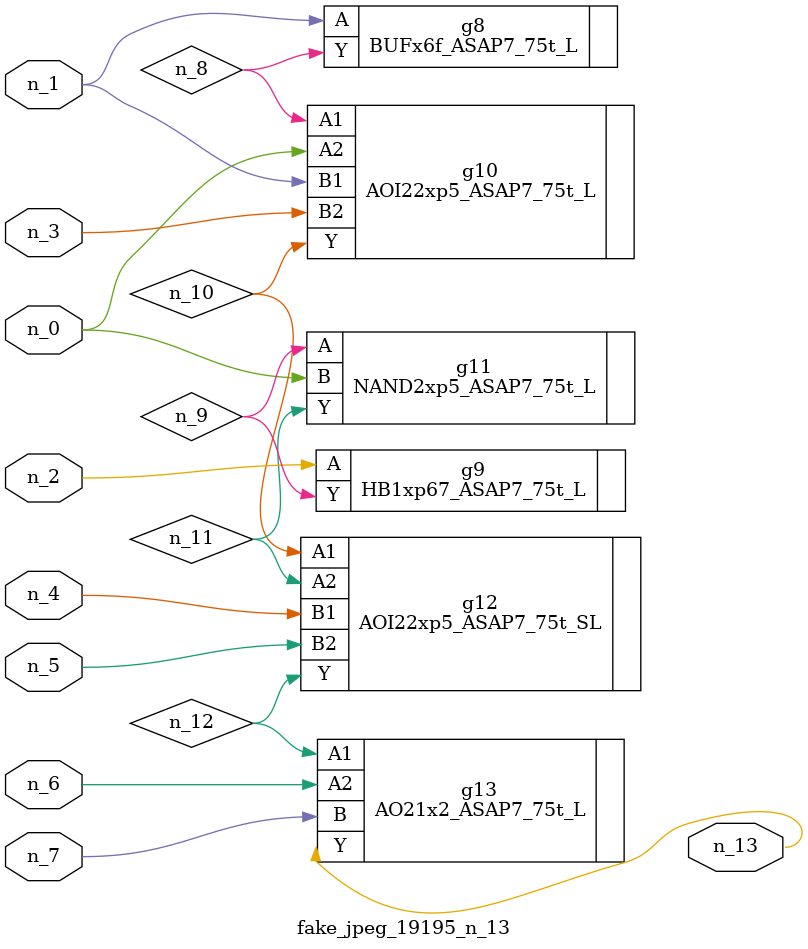
<source format=v>
module fake_jpeg_19195_n_13 (n_3, n_2, n_1, n_0, n_4, n_6, n_5, n_7, n_13);

input n_3;
input n_2;
input n_1;
input n_0;
input n_4;
input n_6;
input n_5;
input n_7;

output n_13;

wire n_11;
wire n_10;
wire n_12;
wire n_8;
wire n_9;

BUFx6f_ASAP7_75t_L g8 ( 
.A(n_1),
.Y(n_8)
);

HB1xp67_ASAP7_75t_L g9 ( 
.A(n_2),
.Y(n_9)
);

AOI22xp5_ASAP7_75t_L g10 ( 
.A1(n_8),
.A2(n_0),
.B1(n_1),
.B2(n_3),
.Y(n_10)
);

AOI22xp5_ASAP7_75t_SL g12 ( 
.A1(n_10),
.A2(n_11),
.B1(n_4),
.B2(n_5),
.Y(n_12)
);

NAND2xp5_ASAP7_75t_L g11 ( 
.A(n_9),
.B(n_0),
.Y(n_11)
);

AO21x2_ASAP7_75t_L g13 ( 
.A1(n_12),
.A2(n_6),
.B(n_7),
.Y(n_13)
);


endmodule
</source>
